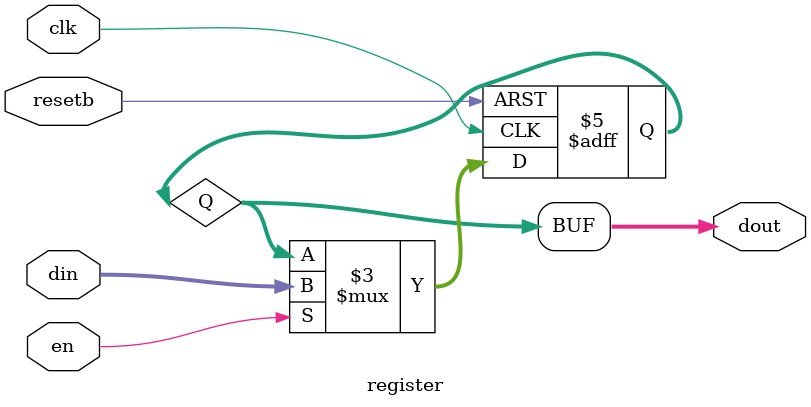
<source format=sv>

module register (input logic [31:0] din,
						  input logic clk,
						  input logic resetb,
						  input logic en,
						  output logic [31:0] dout
						  );
						  
logic [31:0] Q;
						  
always_ff @(posedge clk or negedge resetb)
		if (~resetb)
			Q = 32'd0;
		else
			if(en) Q <= din;

assign dout = Q;
			
endmodule
</source>
